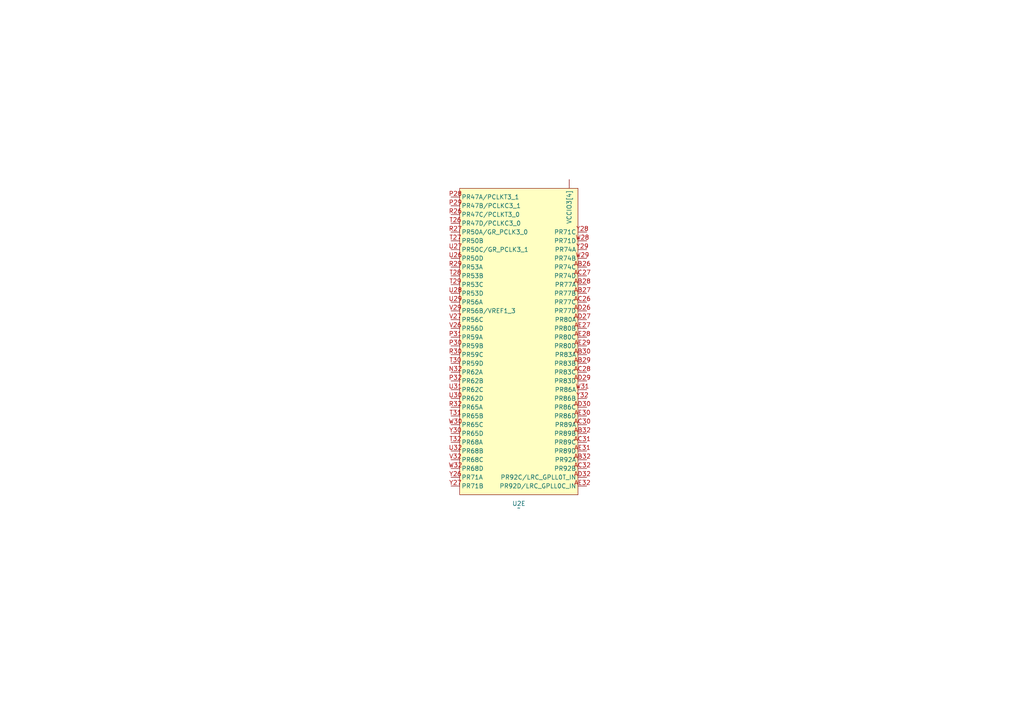
<source format=kicad_sch>
(kicad_sch (version 20231120) (generator "eeschema") (generator_version "8.0")
  (paper "A4")
  (title_block (title "${Project Designation}") (date "2024-06-30") (rev "${Revision}") (comment 1 "${Project Title}") (comment 2 "FPGA BANK 2") (comment 3 "${Part Number}"))
  (lib_symbols
    (symbol "ECAP5-BSOM:LFE5U-85F-*BG756*"
      (property "Reference" "U" (at -1.016 3.81 0))
      (symbol "LFE5U-85F-*BG756*_1_0"
        (pin power_in line (at 8.89 -15.24 90) (length 2.54) (name "GND[265]") (number ""))
        (pin power_in line (at 22.86 0 180) (length 2.54) (name "VCCAUX[8]") (number ""))
        (pin power_in line (at -5.08 0 0) (length 2.54) (name "VCC[36]") (number ""))
        (pin power_in line (at 8.89 -15.24 90) (length 2.54) hide (name "GND") (number "AA11"))
        (pin power_in line (at -5.08 0 0) (length 2.54) hide (name "VCC") (number "AA12"))
        (pin power_in line (at -5.08 0 0) (length 2.54) hide (name "VCC") (number "AA13"))
        (pin power_in line (at -5.08 0 0) (length 2.54) hide (name "VCC") (number "AA14"))
        (pin power_in line (at -5.08 0 0) (length 2.54) hide (name "VCC") (number "AA15"))
        (pin power_in line (at -5.08 0 0) (length 2.54) hide (name "VCC") (number "AA16"))
        (pin power_in line (at -5.08 0 0) (length 2.54) hide (name "VCC") (number "AA17"))
        (pin power_in line (at -5.08 0 0) (length 2.54) hide (name "VCC") (number "AA18"))
        (pin power_in line (at -5.08 0 0) (length 2.54) hide (name "VCC") (number "AA19"))
        (pin power_in line (at -5.08 0 0) (length 2.54) hide (name "VCC") (number "AA20"))
        (pin power_in line (at -5.08 0 0) (length 2.54) hide (name "VCC") (number "AA21"))
        (pin power_in line (at 8.89 -15.24 90) (length 2.54) hide (name "GND") (number "AA22"))
        (pin power_in line (at 8.89 -15.24 90) (length 2.54) hide (name "GND") (number "AB11"))
        (pin power_in line (at 8.89 -15.24 90) (length 2.54) hide (name "GND") (number "AB12"))
        (pin power_in line (at 8.89 -15.24 90) (length 2.54) hide (name "GND") (number "AB13"))
        (pin power_in line (at 8.89 -15.24 90) (length 2.54) hide (name "GND") (number "AB14"))
        (pin power_in line (at 8.89 -15.24 90) (length 2.54) hide (name "GND") (number "AB15"))
        (pin power_in line (at 8.89 -15.24 90) (length 2.54) hide (name "GND") (number "AB16"))
        (pin power_in line (at 8.89 -15.24 90) (length 2.54) hide (name "GND") (number "AB17"))
        (pin power_in line (at 8.89 -15.24 90) (length 2.54) hide (name "GND") (number "AB18"))
        (pin power_in line (at 8.89 -15.24 90) (length 2.54) hide (name "GND") (number "AB19"))
        (pin power_in line (at 8.89 -15.24 90) (length 2.54) hide (name "GND") (number "AB20"))
        (pin power_in line (at 8.89 -15.24 90) (length 2.54) hide (name "GND") (number "AB21"))
        (pin power_in line (at 8.89 -15.24 90) (length 2.54) hide (name "GND") (number "AB22"))
        (pin power_in line (at 22.86 0 180) (length 2.54) hide (name "VCCAUX") (number "AC11"))
        (pin power_in line (at 8.89 -15.24 90) (length 2.54) hide (name "GND") (number "AC12"))
        (pin power_in line (at 8.89 -15.24 90) (length 2.54) hide (name "GND") (number "AC13"))
        (pin power_in line (at 8.89 -15.24 90) (length 2.54) hide (name "GND") (number "AC14"))
        (pin power_in line (at 8.89 -15.24 90) (length 2.54) hide (name "GND") (number "AC15"))
        (pin power_in line (at 8.89 -15.24 90) (length 2.54) hide (name "GND") (number "AC16"))
        (pin power_in line (at 8.89 -15.24 90) (length 2.54) hide (name "GND") (number "AC17"))
        (pin power_in line (at 8.89 -15.24 90) (length 2.54) hide (name "GND") (number "AC18"))
        (pin power_in line (at 8.89 -15.24 90) (length 2.54) hide (name "GND") (number "AC19"))
        (pin power_in line (at 8.89 -15.24 90) (length 2.54) hide (name "GND") (number "AC20"))
        (pin power_in line (at 8.89 -15.24 90) (length 2.54) hide (name "GND") (number "AC21"))
        (pin power_in line (at 22.86 0 180) (length 2.54) hide (name "VCCAUX") (number "AC22"))
        (pin power_in line (at 8.89 -15.24 90) (length 2.54) hide (name "GND") (number "AD2"))
        (pin power_in line (at 8.89 -15.24 90) (length 2.54) hide (name "GND") (number "AD28"))
        (pin power_in line (at 8.89 -15.24 90) (length 2.54) hide (name "GND") (number "AD31"))
        (pin power_in line (at 8.89 -15.24 90) (length 2.54) hide (name "GND") (number "AD5"))
        (pin power_in line (at 8.89 -15.24 90) (length 2.54) hide (name "GND") (number "AF11"))
        (pin power_in line (at 8.89 -15.24 90) (length 2.54) hide (name "GND") (number "AF12"))
        (pin power_in line (at 8.89 -15.24 90) (length 2.54) hide (name "GND") (number "AF14"))
        (pin power_in line (at 8.89 -15.24 90) (length 2.54) hide (name "GND") (number "AF15"))
        (pin power_in line (at 8.89 -15.24 90) (length 2.54) hide (name "GND") (number "AF16"))
        (pin power_in line (at 8.89 -15.24 90) (length 2.54) hide (name "GND") (number "AF17"))
        (pin power_in line (at 8.89 -15.24 90) (length 2.54) hide (name "GND") (number "AF19"))
        (pin power_in line (at 8.89 -15.24 90) (length 2.54) hide (name "GND") (number "AF20"))
        (pin power_in line (at 8.89 -15.24 90) (length 2.54) hide (name "GND") (number "AF22"))
        (pin power_in line (at 8.89 -15.24 90) (length 2.54) hide (name "GND") (number "AF23"))
        (pin power_in line (at 8.89 -15.24 90) (length 2.54) hide (name "GND") (number "AG11"))
        (pin power_in line (at 8.89 -15.24 90) (length 2.54) hide (name "GND") (number "AG12"))
        (pin power_in line (at 8.89 -15.24 90) (length 2.54) hide (name "GND") (number "AG14"))
        (pin power_in line (at 8.89 -15.24 90) (length 2.54) hide (name "GND") (number "AG15"))
        (pin power_in line (at 8.89 -15.24 90) (length 2.54) hide (name "GND") (number "AG16"))
        (pin power_in line (at 8.89 -15.24 90) (length 2.54) hide (name "GND") (number "AG17"))
        (pin power_in line (at 8.89 -15.24 90) (length 2.54) hide (name "GND") (number "AG19"))
        (pin power_in line (at 8.89 -15.24 90) (length 2.54) hide (name "GND") (number "AG20"))
        (pin power_in line (at 8.89 -15.24 90) (length 2.54) hide (name "GND") (number "AG22"))
        (pin power_in line (at 8.89 -15.24 90) (length 2.54) hide (name "GND") (number "AG23"))
        (pin power_in line (at 8.89 -15.24 90) (length 2.54) hide (name "GND") (number "AG9"))
        (pin power_in line (at 8.89 -15.24 90) (length 2.54) hide (name "GND") (number "AH11"))
        (pin power_in line (at 8.89 -15.24 90) (length 2.54) hide (name "GND") (number "AH12"))
        (pin power_in line (at 8.89 -15.24 90) (length 2.54) hide (name "GND") (number "AH14"))
        (pin power_in line (at 8.89 -15.24 90) (length 2.54) hide (name "GND") (number "AH15"))
        (pin power_in line (at 8.89 -15.24 90) (length 2.54) hide (name "GND") (number "AH16"))
        (pin power_in line (at 8.89 -15.24 90) (length 2.54) hide (name "GND") (number "AH17"))
        (pin power_in line (at 8.89 -15.24 90) (length 2.54) hide (name "GND") (number "AH19"))
        (pin power_in line (at 8.89 -15.24 90) (length 2.54) hide (name "GND") (number "AH2"))
        (pin power_in line (at 8.89 -15.24 90) (length 2.54) hide (name "GND") (number "AH20"))
        (pin power_in line (at 8.89 -15.24 90) (length 2.54) hide (name "GND") (number "AH22"))
        (pin power_in line (at 8.89 -15.24 90) (length 2.54) hide (name "GND") (number "AH23"))
        (pin power_in line (at 8.89 -15.24 90) (length 2.54) hide (name "GND") (number "AH24"))
        (pin power_in line (at 8.89 -15.24 90) (length 2.54) hide (name "GND") (number "AH25"))
        (pin power_in line (at 8.89 -15.24 90) (length 2.54) hide (name "GND") (number "AH26"))
        (pin power_in line (at 8.89 -15.24 90) (length 2.54) hide (name "GND") (number "AH29"))
        (pin power_in line (at 8.89 -15.24 90) (length 2.54) hide (name "GND") (number "AH31"))
        (pin power_in line (at 8.89 -15.24 90) (length 2.54) hide (name "GND") (number "AH5"))
        (pin power_in line (at 8.89 -15.24 90) (length 2.54) hide (name "GND") (number "AH7"))
        (pin power_in line (at 8.89 -15.24 90) (length 2.54) hide (name "GND") (number "AH8"))
        (pin power_in line (at 8.89 -15.24 90) (length 2.54) hide (name "GND") (number "AH9"))
        (pin power_in line (at 8.89 -15.24 90) (length 2.54) hide (name "GND") (number "AJ10"))
        (pin power_in line (at 8.89 -15.24 90) (length 2.54) hide (name "GND") (number "AJ11"))
        (pin power_in line (at 8.89 -15.24 90) (length 2.54) hide (name "GND") (number "AJ12"))
        (pin power_in line (at 8.89 -15.24 90) (length 2.54) hide (name "GND") (number "AJ13"))
        (pin power_in line (at 8.89 -15.24 90) (length 2.54) hide (name "GND") (number "AJ14"))
        (pin power_in line (at 8.89 -15.24 90) (length 2.54) hide (name "GND") (number "AJ15"))
        (pin power_in line (at 8.89 -15.24 90) (length 2.54) hide (name "GND") (number "AJ16"))
        (pin power_in line (at 8.89 -15.24 90) (length 2.54) hide (name "GND") (number "AJ17"))
        (pin power_in line (at 8.89 -15.24 90) (length 2.54) hide (name "GND") (number "AJ18"))
        (pin power_in line (at 8.89 -15.24 90) (length 2.54) hide (name "GND") (number "AJ19"))
        (pin power_in line (at 8.89 -15.24 90) (length 2.54) hide (name "GND") (number "AJ20"))
        (pin power_in line (at 8.89 -15.24 90) (length 2.54) hide (name "GND") (number "AJ21"))
        (pin power_in line (at 8.89 -15.24 90) (length 2.54) hide (name "GND") (number "AJ22"))
        (pin power_in line (at 8.89 -15.24 90) (length 2.54) hide (name "GND") (number "AJ23"))
        (pin power_in line (at 8.89 -15.24 90) (length 2.54) hide (name "GND") (number "AJ24"))
        (pin power_in line (at 8.89 -15.24 90) (length 2.54) hide (name "GND") (number "AJ25"))
        (pin power_in line (at 8.89 -15.24 90) (length 2.54) hide (name "GND") (number "AJ26"))
        (pin power_in line (at 8.89 -15.24 90) (length 2.54) hide (name "GND") (number "AJ7"))
        (pin power_in line (at 8.89 -15.24 90) (length 2.54) hide (name "GND") (number "AJ8"))
        (pin power_in line (at 8.89 -15.24 90) (length 2.54) hide (name "GND") (number "AJ9"))
        (pin power_in line (at 8.89 -15.24 90) (length 2.54) hide (name "GND") (number "AK11"))
        (pin power_in line (at 8.89 -15.24 90) (length 2.54) hide (name "GND") (number "AK14"))
        (pin power_in line (at 8.89 -15.24 90) (length 2.54) hide (name "GND") (number "AK17"))
        (pin power_in line (at 8.89 -15.24 90) (length 2.54) hide (name "GND") (number "AK20"))
        (pin power_in line (at 8.89 -15.24 90) (length 2.54) hide (name "GND") (number "AK23"))
        (pin power_in line (at 8.89 -15.24 90) (length 2.54) hide (name "GND") (number "AK26"))
        (pin power_in line (at 8.89 -15.24 90) (length 2.54) hide (name "GND") (number "AK7"))
        (pin power_in line (at 8.89 -15.24 90) (length 2.54) hide (name "GND") (number "AK8"))
        (pin power_in line (at 8.89 -15.24 90) (length 2.54) hide (name "GND") (number "AL11"))
        (pin power_in line (at 8.89 -15.24 90) (length 2.54) hide (name "GND") (number "AL12"))
        (pin power_in line (at 8.89 -15.24 90) (length 2.54) hide (name "GND") (number "AL14"))
        (pin power_in line (at 8.89 -15.24 90) (length 2.54) hide (name "GND") (number "AL15"))
        (pin power_in line (at 8.89 -15.24 90) (length 2.54) hide (name "GND") (number "AL17"))
        (pin power_in line (at 8.89 -15.24 90) (length 2.54) hide (name "GND") (number "AL18"))
        (pin power_in line (at 8.89 -15.24 90) (length 2.54) hide (name "GND") (number "AL2"))
        (pin power_in line (at 8.89 -15.24 90) (length 2.54) hide (name "GND") (number "AL20"))
        (pin power_in line (at 8.89 -15.24 90) (length 2.54) hide (name "GND") (number "AL21"))
        (pin power_in line (at 8.89 -15.24 90) (length 2.54) hide (name "GND") (number "AL23"))
        (pin power_in line (at 8.89 -15.24 90) (length 2.54) hide (name "GND") (number "AL24"))
        (pin power_in line (at 8.89 -15.24 90) (length 2.54) hide (name "GND") (number "AL26"))
        (pin power_in line (at 8.89 -15.24 90) (length 2.54) hide (name "GND") (number "AL29"))
        (pin power_in line (at 8.89 -15.24 90) (length 2.54) hide (name "GND") (number "AL31"))
        (pin power_in line (at 8.89 -15.24 90) (length 2.54) hide (name "GND") (number "AL5"))
        (pin power_in line (at 8.89 -15.24 90) (length 2.54) hide (name "GND") (number "AL7"))
        (pin power_in line (at 8.89 -15.24 90) (length 2.54) hide (name "GND") (number "AL8"))
        (pin power_in line (at 8.89 -15.24 90) (length 2.54) hide (name "GND") (number "AL9"))
        (pin power_in line (at 8.89 -15.24 90) (length 2.54) hide (name "GND") (number "AM11"))
        (pin power_in line (at 8.89 -15.24 90) (length 2.54) hide (name "GND") (number "AM12"))
        (pin power_in line (at 8.89 -15.24 90) (length 2.54) hide (name "GND") (number "AM14"))
        (pin power_in line (at 8.89 -15.24 90) (length 2.54) hide (name "GND") (number "AM15"))
        (pin power_in line (at 8.89 -15.24 90) (length 2.54) hide (name "GND") (number "AM17"))
        (pin power_in line (at 8.89 -15.24 90) (length 2.54) hide (name "GND") (number "AM18"))
        (pin power_in line (at 8.89 -15.24 90) (length 2.54) hide (name "GND") (number "AM20"))
        (pin power_in line (at 8.89 -15.24 90) (length 2.54) hide (name "GND") (number "AM21"))
        (pin power_in line (at 8.89 -15.24 90) (length 2.54) hide (name "GND") (number "AM23"))
        (pin power_in line (at 8.89 -15.24 90) (length 2.54) hide (name "GND") (number "AM24"))
        (pin power_in line (at 8.89 -15.24 90) (length 2.54) hide (name "GND") (number "AM26"))
        (pin power_in line (at 8.89 -15.24 90) (length 2.54) hide (name "GND") (number "AM7"))
        (pin power_in line (at 8.89 -15.24 90) (length 2.54) hide (name "GND") (number "AM8"))
        (pin power_in line (at 8.89 -15.24 90) (length 2.54) hide (name "GND") (number "AM9"))
        (pin power_in line (at 8.89 -15.24 90) (length 2.54) hide (name "GND") (number "B13"))
        (pin power_in line (at 8.89 -15.24 90) (length 2.54) hide (name "GND") (number "B15"))
        (pin power_in line (at 8.89 -15.24 90) (length 2.54) hide (name "GND") (number "B18"))
        (pin power_in line (at 8.89 -15.24 90) (length 2.54) hide (name "GND") (number "B2"))
        (pin power_in line (at 8.89 -15.24 90) (length 2.54) hide (name "GND") (number "B20"))
        (pin power_in line (at 8.89 -15.24 90) (length 2.54) hide (name "GND") (number "B24"))
        (pin power_in line (at 8.89 -15.24 90) (length 2.54) hide (name "GND") (number "B28"))
        (pin power_in line (at 8.89 -15.24 90) (length 2.54) hide (name "GND") (number "B31"))
        (pin power_in line (at 8.89 -15.24 90) (length 2.54) hide (name "GND") (number "B5"))
        (pin power_in line (at 8.89 -15.24 90) (length 2.54) hide (name "GND") (number "B9"))
        (pin power_in line (at 8.89 -15.24 90) (length 2.54) hide (name "GND") (number "E13"))
        (pin power_in line (at 8.89 -15.24 90) (length 2.54) hide (name "GND") (number "E15"))
        (pin power_in line (at 8.89 -15.24 90) (length 2.54) hide (name "GND") (number "E18"))
        (pin power_in line (at 8.89 -15.24 90) (length 2.54) hide (name "GND") (number "E2"))
        (pin power_in line (at 8.89 -15.24 90) (length 2.54) hide (name "GND") (number "E20"))
        (pin power_in line (at 8.89 -15.24 90) (length 2.54) hide (name "GND") (number "E24"))
        (pin power_in line (at 8.89 -15.24 90) (length 2.54) hide (name "GND") (number "E28"))
        (pin power_in line (at 8.89 -15.24 90) (length 2.54) hide (name "GND") (number "E31"))
        (pin power_in line (at 8.89 -15.24 90) (length 2.54) hide (name "GND") (number "E5"))
        (pin power_in line (at 8.89 -15.24 90) (length 2.54) hide (name "GND") (number "E9"))
        (pin power_in line (at 8.89 -15.24 90) (length 2.54) hide (name "GND") (number "J2"))
        (pin power_in line (at 8.89 -15.24 90) (length 2.54) hide (name "GND") (number "J28"))
        (pin power_in line (at 8.89 -15.24 90) (length 2.54) hide (name "GND") (number "J31"))
        (pin power_in line (at 8.89 -15.24 90) (length 2.54) hide (name "GND") (number "J5"))
        (pin power_in line (at 8.89 -15.24 90) (length 2.54) hide (name "GND") (number "K10"))
        (pin power_in line (at 8.89 -15.24 90) (length 2.54) hide (name "GND") (number "K11"))
        (pin power_in line (at 22.86 0 180) (length 2.54) hide (name "VCCAUX") (number "K13"))
        (pin power_in line (at 22.86 0 180) (length 2.54) hide (name "VCCAUX") (number "K20"))
        (pin power_in line (at 8.89 -15.24 90) (length 2.54) hide (name "GND") (number "K22"))
        (pin power_in line (at 8.89 -15.24 90) (length 2.54) hide (name "GND") (number "K23"))
        (pin power_in line (at 8.89 -15.24 90) (length 2.54) hide (name "GND") (number "L10"))
        (pin power_in line (at 8.89 -15.24 90) (length 2.54) hide (name "GND") (number "L11"))
        (pin power_in line (at 8.89 -15.24 90) (length 2.54) hide (name "GND") (number "L12"))
        (pin power_in line (at 8.89 -15.24 90) (length 2.54) hide (name "GND") (number "L13"))
        (pin power_in line (at 8.89 -15.24 90) (length 2.54) hide (name "GND") (number "L14"))
        (pin power_in line (at 8.89 -15.24 90) (length 2.54) hide (name "GND") (number "L15"))
        (pin power_in line (at 8.89 -15.24 90) (length 2.54) hide (name "GND") (number "L16"))
        (pin power_in line (at 8.89 -15.24 90) (length 2.54) hide (name "GND") (number "L17"))
        (pin power_in line (at 8.89 -15.24 90) (length 2.54) hide (name "GND") (number "L18"))
        (pin power_in line (at 8.89 -15.24 90) (length 2.54) hide (name "GND") (number "L19"))
        (pin power_in line (at 8.89 -15.24 90) (length 2.54) hide (name "GND") (number "L20"))
        (pin power_in line (at 8.89 -15.24 90) (length 2.54) hide (name "GND") (number "L21"))
        (pin power_in line (at 8.89 -15.24 90) (length 2.54) hide (name "GND") (number "L22"))
        (pin power_in line (at 8.89 -15.24 90) (length 2.54) hide (name "GND") (number "L23"))
        (pin power_in line (at 8.89 -15.24 90) (length 2.54) hide (name "GND") (number "M11"))
        (pin power_in line (at -5.08 0 0) (length 2.54) hide (name "VCC") (number "M12"))
        (pin power_in line (at -5.08 0 0) (length 2.54) hide (name "VCC") (number "M13"))
        (pin power_in line (at -5.08 0 0) (length 2.54) hide (name "VCC") (number "M14"))
        (pin power_in line (at -5.08 0 0) (length 2.54) hide (name "VCC") (number "M15"))
        (pin power_in line (at -5.08 0 0) (length 2.54) hide (name "VCC") (number "M16"))
        (pin power_in line (at -5.08 0 0) (length 2.54) hide (name "VCC") (number "M17"))
        (pin power_in line (at -5.08 0 0) (length 2.54) hide (name "VCC") (number "M18"))
        (pin power_in line (at -5.08 0 0) (length 2.54) hide (name "VCC") (number "M19"))
        (pin power_in line (at -5.08 0 0) (length 2.54) hide (name "VCC") (number "M20"))
        (pin power_in line (at -5.08 0 0) (length 2.54) hide (name "VCC") (number "M21"))
        (pin power_in line (at 8.89 -15.24 90) (length 2.54) hide (name "GND") (number "M22"))
        (pin power_in line (at 22.86 0 180) (length 2.54) hide (name "VCCAUX") (number "N10"))
        (pin power_in line (at 8.89 -15.24 90) (length 2.54) hide (name "GND") (number "N11"))
        (pin power_in line (at -5.08 0 0) (length 2.54) hide (name "VCC") (number "N12"))
        (pin power_in line (at 8.89 -15.24 90) (length 2.54) hide (name "GND") (number "N13"))
        (pin power_in line (at 8.89 -15.24 90) (length 2.54) hide (name "GND") (number "N14"))
        (pin power_in line (at 8.89 -15.24 90) (length 2.54) hide (name "GND") (number "N15"))
        (pin power_in line (at 8.89 -15.24 90) (length 2.54) hide (name "GND") (number "N16"))
        (pin power_in line (at 8.89 -15.24 90) (length 2.54) hide (name "GND") (number "N17"))
        (pin power_in line (at 8.89 -15.24 90) (length 2.54) hide (name "GND") (number "N18"))
        (pin power_in line (at 8.89 -15.24 90) (length 2.54) hide (name "GND") (number "N19"))
        (pin power_in line (at 8.89 -15.24 90) (length 2.54) hide (name "GND") (number "N2"))
        (pin power_in line (at 8.89 -15.24 90) (length 2.54) hide (name "GND") (number "N20"))
        (pin power_in line (at -5.08 0 0) (length 2.54) hide (name "VCC") (number "N21"))
        (pin power_in line (at 8.89 -15.24 90) (length 2.54) hide (name "GND") (number "N22"))
        (pin power_in line (at 22.86 0 180) (length 2.54) hide (name "VCCAUX") (number "N23"))
        (pin power_in line (at 8.89 -15.24 90) (length 2.54) hide (name "GND") (number "N28"))
        (pin power_in line (at 8.89 -15.24 90) (length 2.54) hide (name "GND") (number "N31"))
        (pin power_in line (at 8.89 -15.24 90) (length 2.54) hide (name "GND") (number "N5"))
        (pin power_in line (at 8.89 -15.24 90) (length 2.54) hide (name "GND") (number "P11"))
        (pin power_in line (at -5.08 0 0) (length 2.54) hide (name "VCC") (number "P12"))
        (pin power_in line (at 8.89 -15.24 90) (length 2.54) hide (name "GND") (number "P13"))
        (pin power_in line (at 8.89 -15.24 90) (length 2.54) hide (name "GND") (number "P14"))
        (pin power_in line (at 8.89 -15.24 90) (length 2.54) hide (name "GND") (number "P15"))
        (pin power_in line (at 8.89 -15.24 90) (length 2.54) hide (name "GND") (number "P16"))
        (pin power_in line (at 8.89 -15.24 90) (length 2.54) hide (name "GND") (number "P17"))
        (pin power_in line (at 8.89 -15.24 90) (length 2.54) hide (name "GND") (number "P18"))
        (pin power_in line (at 8.89 -15.24 90) (length 2.54) hide (name "GND") (number "P19"))
        (pin power_in line (at -5.08 0 0) (length 2.54) hide (name "VCC") (number "P21"))
        (pin power_in line (at 8.89 -15.24 90) (length 2.54) hide (name "GND") (number "P22"))
        (pin power_in line (at -5.08 0 0) (length 2.54) hide (name "VCC") (number "R12"))
        (pin power_in line (at 8.89 -15.24 90) (length 2.54) hide (name "GND") (number "R13"))
        (pin power_in line (at 8.89 -15.24 90) (length 2.54) hide (name "GND") (number "R14"))
        (pin power_in line (at 8.89 -15.24 90) (length 2.54) hide (name "GND") (number "R15"))
        (pin power_in line (at 8.89 -15.24 90) (length 2.54) hide (name "GND") (number "R16"))
        (pin power_in line (at 8.89 -15.24 90) (length 2.54) hide (name "GND") (number "R17"))
        (pin power_in line (at 8.89 -15.24 90) (length 2.54) hide (name "GND") (number "R18"))
        (pin power_in line (at 8.89 -15.24 90) (length 2.54) hide (name "GND") (number "R19"))
        (pin power_in line (at 8.89 -15.24 90) (length 2.54) hide (name "GND") (number "R2"))
        (pin power_in line (at 8.89 -15.24 90) (length 2.54) hide (name "GND") (number "R20"))
        (pin power_in line (at -5.08 0 0) (length 2.54) hide (name "VCC") (number "R21"))
        (pin power_in line (at 8.89 -15.24 90) (length 2.54) hide (name "GND") (number "R22"))
        (pin power_in line (at 8.89 -15.24 90) (length 2.54) hide (name "GND") (number "R28"))
        (pin power_in line (at 8.89 -15.24 90) (length 2.54) hide (name "GND") (number "R31"))
        (pin power_in line (at 8.89 -15.24 90) (length 2.54) hide (name "GND") (number "R5"))
        (pin power_in line (at 8.89 -15.24 90) (length 2.54) hide (name "GND") (number "T11"))
        (pin power_in line (at -5.08 0 0) (length 2.54) hide (name "VCC") (number "T12"))
        (pin power_in line (at 8.89 -15.24 90) (length 2.54) hide (name "GND") (number "T13"))
        (pin power_in line (at 8.89 -15.24 90) (length 2.54) hide (name "GND") (number "T14"))
        (pin power_in line (at 8.89 -15.24 90) (length 2.54) hide (name "GND") (number "T15"))
        (pin power_in line (at 8.89 -15.24 90) (length 2.54) hide (name "GND") (number "T16"))
        (pin power_in line (at 8.89 -15.24 90) (length 2.54) hide (name "GND") (number "T17"))
        (pin power_in line (at 8.89 -15.24 90) (length 2.54) hide (name "GND") (number "T18"))
        (pin power_in line (at 8.89 -15.24 90) (length 2.54) hide (name "GND") (number "T19"))
        (pin power_in line (at 8.89 -15.24 90) (length 2.54) hide (name "GND") (number "T20"))
        (pin power_in line (at -5.08 0 0) (length 2.54) hide (name "VCC") (number "T21"))
        (pin power_in line (at 8.89 -15.24 90) (length 2.54) hide (name "GND") (number "T22"))
        (pin power_in line (at 8.89 -15.24 90) (length 2.54) hide (name "GND") (number "U11"))
        (pin power_in line (at -5.08 0 0) (length 2.54) hide (name "VCC") (number "U12"))
        (pin power_in line (at 8.89 -15.24 90) (length 2.54) hide (name "GND") (number "U13"))
        (pin power_in line (at 8.89 -15.24 90) (length 2.54) hide (name "GND") (number "U14"))
        (pin power_in line (at 8.89 -15.24 90) (length 2.54) hide (name "GND") (number "U15"))
        (pin power_in line (at 8.89 -15.24 90) (length 2.54) hide (name "GND") (number "U16"))
        (pin power_in line (at 8.89 -15.24 90) (length 2.54) hide (name "GND") (number "U17"))
        (pin power_in line (at 8.89 -15.24 90) (length 2.54) hide (name "GND") (number "U18"))
        (pin power_in line (at 8.89 -15.24 90) (length 2.54) hide (name "GND") (number "U19"))
        (pin power_in line (at 8.89 -15.24 90) (length 2.54) hide (name "GND") (number "U20"))
        (pin power_in line (at -5.08 0 0) (length 2.54) hide (name "VCC") (number "U21"))
        (pin power_in line (at 8.89 -15.24 90) (length 2.54) hide (name "GND") (number "U22"))
        (pin power_in line (at 8.89 -15.24 90) (length 2.54) hide (name "GND") (number "V11"))
        (pin power_in line (at -5.08 0 0) (length 2.54) hide (name "VCC") (number "V12"))
        (pin power_in line (at 8.89 -15.24 90) (length 2.54) hide (name "GND") (number "V13"))
        (pin power_in line (at 8.89 -15.24 90) (length 2.54) hide (name "GND") (number "V14"))
        (pin power_in line (at 8.89 -15.24 90) (length 2.54) hide (name "GND") (number "V15"))
        (pin power_in line (at 8.89 -15.24 90) (length 2.54) hide (name "GND") (number "V16"))
        (pin power_in line (at 8.89 -15.24 90) (length 2.54) hide (name "GND") (number "V17"))
        (pin power_in line (at 8.89 -15.24 90) (length 2.54) hide (name "GND") (number "V18"))
        (pin power_in line (at 8.89 -15.24 90) (length 2.54) hide (name "GND") (number "V19"))
        (pin power_in line (at 8.89 -15.24 90) (length 2.54) hide (name "GND") (number "V2"))
        (pin power_in line (at 8.89 -15.24 90) (length 2.54) hide (name "GND") (number "V20"))
        (pin power_in line (at -5.08 0 0) (length 2.54) hide (name "VCC") (number "V21"))
        (pin power_in line (at 8.89 -15.24 90) (length 2.54) hide (name "GND") (number "V22"))
        (pin power_in line (at 8.89 -15.24 90) (length 2.54) hide (name "GND") (number "V28"))
        (pin power_in line (at 8.89 -15.24 90) (length 2.54) hide (name "GND") (number "V31"))
        (pin power_in line (at 8.89 -15.24 90) (length 2.54) hide (name "GND") (number "V5"))
        (pin power_in line (at 8.89 -15.24 90) (length 2.54) hide (name "GND") (number "W11"))
        (pin power_in line (at -5.08 0 0) (length 2.54) hide (name "VCC") (number "W12"))
        (pin power_in line (at 8.89 -15.24 90) (length 2.54) hide (name "GND") (number "W13"))
        (pin power_in line (at 8.89 -15.24 90) (length 2.54) hide (name "GND") (number "W14"))
        (pin power_in line (at 8.89 -15.24 90) (length 2.54) hide (name "GND") (number "W15"))
        (pin power_in line (at 8.89 -15.24 90) (length 2.54) hide (name "GND") (number "W16"))
        (pin power_in line (at 8.89 -15.24 90) (length 2.54) hide (name "GND") (number "W17"))
        (pin power_in line (at 8.89 -15.24 90) (length 2.54) hide (name "GND") (number "W18"))
        (pin power_in line (at 8.89 -15.24 90) (length 2.54) hide (name "GND") (number "W19"))
        (pin power_in line (at 8.89 -15.24 90) (length 2.54) hide (name "GND") (number "W20"))
        (pin power_in line (at -5.08 0 0) (length 2.54) hide (name "VCC") (number "W21"))
        (pin power_in line (at 8.89 -15.24 90) (length 2.54) hide (name "GND") (number "W22"))
        (pin power_in line (at 22.86 0 180) (length 2.54) hide (name "VCCAUX") (number "Y10"))
        (pin power_in line (at 8.89 -15.24 90) (length 2.54) hide (name "GND") (number "Y11"))
        (pin power_in line (at -5.08 0 0) (length 2.54) hide (name "VCC") (number "Y12"))
        (pin power_in line (at 8.89 -15.24 90) (length 2.54) hide (name "GND") (number "Y13"))
        (pin power_in line (at 8.89 -15.24 90) (length 2.54) hide (name "GND") (number "Y14"))
        (pin power_in line (at 8.89 -15.24 90) (length 2.54) hide (name "GND") (number "Y15"))
        (pin power_in line (at 8.89 -15.24 90) (length 2.54) hide (name "GND") (number "Y16"))
        (pin power_in line (at 8.89 -15.24 90) (length 2.54) hide (name "GND") (number "Y17"))
        (pin power_in line (at 8.89 -15.24 90) (length 2.54) hide (name "GND") (number "Y18"))
        (pin power_in line (at 8.89 -15.24 90) (length 2.54) hide (name "GND") (number "Y19"))
        (pin power_in line (at 8.89 -15.24 90) (length 2.54) hide (name "GND") (number "Y2"))
        (pin power_in line (at 8.89 -15.24 90) (length 2.54) hide (name "GND") (number "Y20"))
        (pin power_in line (at -5.08 0 0) (length 2.54) hide (name "VCC") (number "Y21"))
        (pin power_in line (at 8.89 -15.24 90) (length 2.54) hide (name "GND") (number "Y22"))
        (pin power_in line (at 22.86 0 180) (length 2.54) hide (name "VCCAUX") (number "Y23"))
        (pin power_in line (at 8.89 -15.24 90) (length 2.54) hide (name "GND") (number "Y31"))
      )
      (symbol "LFE5U-85F-*BG756*_1_1"
        (rectangle (start -2.54 2.54) (end 20.32 -12.7) (fill (type background)))
      )
      (symbol "LFE5U-85F-*BG756*_2_0"
        (pin power_in line (at 30.48 5.08 270) (length 2.54) (name "VCCIO0[4]") (number ""))
        (pin power_in line (at -3.81 -63.5 0) (length 2.54) (name "PT31B") (number "A10"))
        (pin power_in line (at 35.56 -12.7 180) (length 2.54) (name "PT38B") (number "A11"))
        (pin power_in line (at 35.56 -22.86 180) (length 2.54) (name "PT42B") (number "A13"))
        (pin power_in line (at 35.56 -38.1 180) (length 2.54) (name "PT49B") (number "A14"))
        (pin power_in line (at 35.56 -48.26 180) (length 2.54) (name "PT54B") (number "A15"))
        (pin power_in line (at 35.56 -63.5 180) (length 2.54) (name "PT60B/GR_PCLK0_0") (number "A16"))
        (pin power_in line (at 35.56 -66.04 180) (length 2.54) (name "PT63A/PCLKT0_1") (number "A17"))
        (pin power_in line (at -3.81 -5.08 0) (length 2.54) (name "PT6A") (number "A2"))
        (pin power_in line (at -3.81 -7.62 0) (length 2.54) (name "PT6B") (number "A3"))
        (pin power_in line (at -3.81 -10.16 0) (length 2.54) (name "PT9A") (number "A4"))
        (pin power_in line (at -3.81 -12.7 0) (length 2.54) (name "PT9B") (number "A5"))
        (pin power_in line (at -3.81 -22.86 0) (length 2.54) (name "PT13B") (number "A7"))
        (pin power_in line (at -3.81 -38.1 0) (length 2.54) (name "PT20B") (number "A8"))
        (pin power_in line (at -3.81 -48.26 0) (length 2.54) (name "PT24B") (number "A9"))
        (pin power_in line (at -3.81 -60.96 0) (length 2.54) (name "PT31A") (number "B10"))
        (pin power_in line (at 35.56 -10.16 180) (length 2.54) (name "PT38A") (number "B11"))
        (pin power_in line (at 35.56 -35.56 180) (length 2.54) (name "PT49A") (number "B14"))
        (pin power_in line (at 35.56 -60.96 180) (length 2.54) (name "PT60A/GR_PCLK0_1") (number "B16"))
        (pin power_in line (at 35.56 -68.58 180) (length 2.54) (name "PT63B/PCLKC0_1") (number "B17"))
        (pin power_in line (at -3.81 0 0) (length 2.54) (name "PT4A/ULC_GPLL1T_IN") (number "B3"))
        (pin power_in line (at -3.81 -2.54 0) (length 2.54) (name "PT4B/ULC_GPLL1C_IN") (number "B4"))
        (pin power_in line (at -3.81 -20.32 0) (length 2.54) (name "PT13A") (number "B7"))
        (pin power_in line (at -3.81 -35.56 0) (length 2.54) (name "PT20A") (number "B8"))
        (pin power_in line (at -3.81 -58.42 0) (length 2.54) (name "PT29B") (number "C10"))
        (pin power_in line (at -3.81 -73.66 0) (length 2.54) (name "PT36B") (number "C11"))
        (pin power_in line (at 35.56 -20.32 180) (length 2.54) (name "PT42A") (number "C13"))
        (pin power_in line (at 35.56 -33.02 180) (length 2.54) (name "PT47B") (number "C14"))
        (pin power_in line (at 35.56 -45.72 180) (length 2.54) (name "PT54A") (number "C15"))
        (pin power_in line (at 35.56 -58.42 180) (length 2.54) (name "PT58B") (number "C16"))
        (pin power_in line (at 35.56 -71.12 180) (length 2.54) (name "PT65A/PCLKT0_0") (number "C17"))
        (pin power_in line (at -3.81 -17.78 0) (length 2.54) (name "PT11B") (number "C7"))
        (pin power_in line (at -3.81 -33.02 0) (length 2.54) (name "PT18B") (number "C8"))
        (pin power_in line (at -3.81 -45.72 0) (length 2.54) (name "PT24A") (number "C9"))
        (pin power_in line (at -3.81 -55.88 0) (length 2.54) (name "PT29A") (number "D10"))
        (pin power_in line (at -3.81 -71.12 0) (length 2.54) (name "PT36A") (number "D11"))
        (pin power_in line (at 35.56 -17.78 180) (length 2.54) (name "PT40B") (number "D13"))
        (pin power_in line (at 35.56 -30.48 180) (length 2.54) (name "PT47A") (number "D14"))
        (pin power_in line (at 35.56 -43.18 180) (length 2.54) (name "PT51B") (number "D15"))
        (pin power_in line (at 35.56 -55.88 180) (length 2.54) (name "PT58A") (number "D16"))
        (pin power_in line (at 35.56 -73.66 180) (length 2.54) (name "PT65B/PCLKC0_0") (number "D17"))
        (pin power_in line (at -3.81 -15.24 0) (length 2.54) (name "PT11A") (number "D7"))
        (pin power_in line (at -3.81 -30.48 0) (length 2.54) (name "PT18A") (number "D8"))
        (pin power_in line (at -3.81 -43.18 0) (length 2.54) (name "PT22B") (number "D9"))
        (pin power_in line (at -3.81 -53.34 0) (length 2.54) (name "PT27B") (number "E10"))
        (pin power_in line (at -3.81 -68.58 0) (length 2.54) (name "PT33B") (number "E11"))
        (pin power_in line (at 35.56 -27.94 180) (length 2.54) (name "PT45B") (number "E14"))
        (pin power_in line (at 35.56 -53.34 180) (length 2.54) (name "PT56B") (number "E16"))
        (pin power_in line (at -3.81 -27.94 0) (length 2.54) (name "PT15B") (number "E8"))
        (pin power_in line (at -3.81 -50.8 0) (length 2.54) (name "PT27A") (number "F10"))
        (pin power_in line (at -3.81 -66.04 0) (length 2.54) (name "PT33A") (number "F11"))
        (pin power_in line (at 35.56 -15.24 180) (length 2.54) (name "PT40A") (number "F13"))
        (pin power_in line (at 35.56 -25.4 180) (length 2.54) (name "PT45A") (number "F14"))
        (pin power_in line (at 35.56 -40.64 180) (length 2.54) (name "PT51A") (number "F15"))
        (pin power_in line (at 35.56 -50.8 180) (length 2.54) (name "PT56A") (number "F16"))
        (pin power_in line (at -3.81 -25.4 0) (length 2.54) (name "PT15A") (number "F8"))
        (pin power_in line (at -3.81 -40.64 0) (length 2.54) (name "PT22A") (number "F9"))
        (pin power_in line (at 30.48 5.08 270) (length 2.54) hide (name "VCCIO0") (number "K12"))
        (pin power_in line (at 30.48 5.08 270) (length 2.54) hide (name "VCCIO0") (number "K14"))
        (pin power_in line (at 30.48 5.08 270) (length 2.54) hide (name "VCCIO0") (number "K15"))
        (pin power_in line (at 30.48 5.08 270) (length 2.54) hide (name "VCCIO0") (number "K16"))
      )
      (symbol "LFE5U-85F-*BG756*_2_1"
        (rectangle (start -1.27 2.54) (end 33.02 -76.2) (fill (type background)))
      )
      (symbol "LFE5U-85F-*BG756*_3_0"
        (pin power_in line (at 30.48 5.08 270) (length 2.54) (name "VCCIO1[4]") (number ""))
        (pin power_in line (at -3.81 -5.08 0) (length 2.54) (name "PT71A/PCLKT1_0") (number "A18"))
        (pin power_in line (at -3.81 -15.24 0) (length 2.54) (name "PT76A") (number "A19"))
        (pin power_in line (at -3.81 -30.48 0) (length 2.54) (name "PT83A") (number "A20"))
        (pin power_in line (at -3.81 -40.64 0) (length 2.54) (name "PT87A") (number "A22"))
        (pin power_in line (at -3.81 -55.88 0) (length 2.54) (name "PT94A") (number "A23"))
        (pin power_in line (at -3.81 -71.12 0) (length 2.54) (name "PT101A") (number "A24"))
        (pin power_in line (at 35.56 -35.56 180) (length 2.54) (name "PT105A") (number "A25"))
        (pin power_in line (at 35.56 -50.8 180) (length 2.54) (name "PT112A") (number "A26"))
        (pin power_in line (at 35.56 -60.96 180) (length 2.54) (name "PT116A") (number "A28"))
        (pin power_in line (at 35.56 -63.5 180) (length 2.54) (name "PT116B") (number "A29"))
        (pin power_in line (at 35.56 -66.04 180) (length 2.54) (name "PT119A") (number "A30"))
        (pin power_in line (at 35.56 -68.58 180) (length 2.54) (name "PT119B") (number "A31"))
        (pin power_in line (at -3.81 -17.78 0) (length 2.54) (name "PT76B") (number "B19"))
        (pin power_in line (at -3.81 -43.18 0) (length 2.54) (name "PT87B") (number "B22"))
        (pin power_in line (at -3.81 -58.42 0) (length 2.54) (name "PT94B") (number "B23"))
        (pin power_in line (at 35.56 -38.1 180) (length 2.54) (name "PT105B") (number "B25"))
        (pin power_in line (at 35.56 -53.34 180) (length 2.54) (name "PT112B") (number "B26"))
        (pin power_in line (at 35.56 -71.12 180) (length 2.54) (name "PT121A/URC_GPLL1T_IN") (number "B29"))
        (pin power_in line (at 35.56 -73.66 180) (length 2.54) (name "PT121B/URC_GPLL1C_IN") (number "B30"))
        (pin power_in line (at -3.81 -7.62 0) (length 2.54) (name "PT71B/PCLKC1_0") (number "C18"))
        (pin power_in line (at -3.81 -20.32 0) (length 2.54) (name "PT78A") (number "C19"))
        (pin power_in line (at -3.81 -33.02 0) (length 2.54) (name "PT83B") (number "C20"))
        (pin power_in line (at -3.81 -45.72 0) (length 2.54) (name "PT89A") (number "C22"))
        (pin power_in line (at -3.81 -60.96 0) (length 2.54) (name "PT96A") (number "C23"))
        (pin power_in line (at -3.81 -73.66 0) (length 2.54) (name "PT101B") (number "C24"))
        (pin power_in line (at 35.56 -40.64 180) (length 2.54) (name "PT107A") (number "C25"))
        (pin power_in line (at 35.56 -55.88 180) (length 2.54) (name "PT114A") (number "C26"))
        (pin power_in line (at -3.81 -10.16 0) (length 2.54) (name "PT74A/GR_PCLK1_0") (number "D18"))
        (pin power_in line (at -3.81 -22.86 0) (length 2.54) (name "PT78B") (number "D19"))
        (pin power_in line (at -3.81 -35.56 0) (length 2.54) (name "PT85A") (number "D20"))
        (pin power_in line (at -3.81 -48.26 0) (length 2.54) (name "PT89B") (number "D22"))
        (pin power_in line (at -3.81 -63.5 0) (length 2.54) (name "PT96B") (number "D23"))
        (pin power_in line (at 35.56 -30.48 180) (length 2.54) (name "PT103A") (number "D24"))
        (pin power_in line (at 35.56 -43.18 180) (length 2.54) (name "PT107B") (number "D25"))
        (pin power_in line (at 35.56 -58.42 180) (length 2.54) (name "PT114B") (number "D26"))
        (pin power_in line (at -3.81 0 0) (length 2.54) (name "PT69A/PCLKT1_1") (number "E17"))
        (pin power_in line (at -3.81 -25.4 0) (length 2.54) (name "PT80A") (number "E19"))
        (pin power_in line (at -3.81 -50.8 0) (length 2.54) (name "PT92A") (number "E22"))
        (pin power_in line (at -3.81 -66.04 0) (length 2.54) (name "PT98A") (number "E23"))
        (pin power_in line (at 35.56 -45.72 180) (length 2.54) (name "PT110A") (number "E25"))
        (pin power_in line (at -3.81 -2.54 0) (length 2.54) (name "PT69B/PCLKC1_1") (number "F17"))
        (pin power_in line (at -3.81 -12.7 0) (length 2.54) (name "PT74B/GR_PCLK1_1") (number "F18"))
        (pin power_in line (at -3.81 -27.94 0) (length 2.54) (name "PT80B") (number "F19"))
        (pin power_in line (at -3.81 -38.1 0) (length 2.54) (name "PT85B") (number "F20"))
        (pin power_in line (at -3.81 -53.34 0) (length 2.54) (name "PT92B") (number "F22"))
        (pin power_in line (at -3.81 -68.58 0) (length 2.54) (name "PT98B") (number "F23"))
        (pin power_in line (at 35.56 -33.02 180) (length 2.54) (name "PT103B") (number "F24"))
        (pin power_in line (at 35.56 -48.26 180) (length 2.54) (name "PT110B") (number "F25"))
        (pin power_in line (at 30.48 5.08 270) (length 2.54) hide (name "VCCIO1") (number "K17"))
        (pin power_in line (at 30.48 5.08 270) (length 2.54) hide (name "VCCIO1") (number "K18"))
        (pin power_in line (at 30.48 5.08 270) (length 2.54) hide (name "VCCIO1") (number "K19"))
        (pin power_in line (at 30.48 5.08 270) (length 2.54) hide (name "VCCIO1") (number "K21"))
      )
      (symbol "LFE5U-85F-*BG756*_3_1"
        (rectangle (start -1.27 2.54) (end 33.02 -76.2) (fill (type background)))
      )
      (symbol "LFE5U-85F-*BG756*_4_0"
        (pin power_in line (at 30.48 5.08 270) (length 2.54) (name "VCCIO2[4]") (number ""))
        (pin power_in line (at -3.81 -20.32 0) (length 2.54) (name "PR17A") (number "B32"))
        (pin power_in line (at -3.81 0 0) (length 2.54) (name "PR11A/URC_GPLL0T_IN") (number "C28"))
        (pin power_in line (at -3.81 -5.08 0) (length 2.54) (name "PR11C") (number "C29"))
        (pin power_in line (at -3.81 -7.62 0) (length 2.54) (name "PR11D") (number "C30"))
        (pin power_in line (at -3.81 -22.86 0) (length 2.54) (name "PR17B") (number "C31"))
        (pin power_in line (at -3.81 -35.56 0) (length 2.54) (name "PR20C") (number "C32"))
        (pin power_in line (at -3.81 -2.54 0) (length 2.54) (name "PR11B/URC_GPLL0C_IN") (number "D28"))
        (pin power_in line (at -3.81 -10.16 0) (length 2.54) (name "PR14A") (number "D29"))
        (pin power_in line (at -3.81 -25.4 0) (length 2.54) (name "PR17C") (number "D30"))
        (pin power_in line (at -3.81 -27.94 0) (length 2.54) (name "PR17D") (number "D31"))
        (pin power_in line (at -3.81 -38.1 0) (length 2.54) (name "PR20D") (number "D32"))
        (pin power_in line (at -3.81 -12.7 0) (length 2.54) (name "PR14B") (number "E29"))
        (pin power_in line (at -3.81 -33.02 0) (length 2.54) (name "PR20B") (number "E30"))
        (pin power_in line (at -3.81 -43.18 0) (length 2.54) (name "PR23B") (number "E32"))
        (pin power_in line (at -3.81 -17.78 0) (length 2.54) (name "PR14D") (number "F28"))
        (pin power_in line (at -3.81 -15.24 0) (length 2.54) (name "PR14C") (number "F29"))
        (pin power_in line (at -3.81 -30.48 0) (length 2.54) (name "PR20A") (number "F30"))
        (pin power_in line (at -3.81 -40.64 0) (length 2.54) (name "PR23A") (number "F31"))
        (pin power_in line (at -3.81 -45.72 0) (length 2.54) (name "PR23C") (number "F32"))
        (pin power_in line (at 35.56 -35.56 180) (length 2.54) (name "PR35A") (number "H27"))
        (pin power_in line (at 35.56 -38.1 180) (length 2.54) (name "PR35B") (number "H28"))
        (pin power_in line (at -3.81 -53.34 0) (length 2.54) (name "PR26B") (number "H30"))
        (pin power_in line (at -3.81 -50.8 0) (length 2.54) (name "PR26A") (number "H31"))
        (pin power_in line (at -3.81 -48.26 0) (length 2.54) (name "PR23D") (number "H32"))
        (pin power_in line (at 35.56 -40.64 180) (length 2.54) (name "PR35C/VREF1_2") (number "J26"))
        (pin power_in line (at 35.56 -43.18 180) (length 2.54) (name "PR35D") (number "J27"))
        (pin power_in line (at 35.56 -30.48 180) (length 2.54) (name "PR32C") (number "J29"))
        (pin power_in line (at -3.81 -55.88 0) (length 2.54) (name "PR26C") (number "J30"))
        (pin power_in line (at -3.81 -63.5 0) (length 2.54) (name "PR29B") (number "J32"))
        (pin power_in line (at 35.56 -48.26 180) (length 2.54) (name "PR38B") (number "K26"))
        (pin power_in line (at 35.56 -45.72 180) (length 2.54) (name "PR38A") (number "K27"))
        (pin power_in line (at 35.56 -50.8 180) (length 2.54) (name "PR38C") (number "K28"))
        (pin power_in line (at 35.56 -33.02 180) (length 2.54) (name "PR32D") (number "K29"))
        (pin power_in line (at -3.81 -58.42 0) (length 2.54) (name "PR26D") (number "K30"))
        (pin power_in line (at -3.81 -60.96 0) (length 2.54) (name "PR29A") (number "K31"))
        (pin power_in line (at -3.81 -66.04 0) (length 2.54) (name "PR29C") (number "K32"))
        (pin power_in line (at 35.56 -60.96 180) (length 2.54) (name "PR41C/GR_PCLK2_0") (number "L26"))
        (pin power_in line (at 35.56 -63.5 180) (length 2.54) (name "PR41D") (number "L27"))
        (pin power_in line (at 35.56 -53.34 180) (length 2.54) (name "PR38D") (number "L29"))
        (pin power_in line (at -3.81 -73.66 0) (length 2.54) (name "PR32B") (number "L30"))
        (pin power_in line (at -3.81 -71.12 0) (length 2.54) (name "PR32A") (number "L31"))
        (pin power_in line (at -3.81 -68.58 0) (length 2.54) (name "PR29D") (number "L32"))
        (pin power_in line (at 30.48 5.08 270) (length 2.54) hide (name "VCCIO2") (number "M23"))
        (pin power_in line (at 35.56 -68.58 180) (length 2.54) (name "PR44B/PCLKC2_1") (number "N26"))
        (pin power_in line (at 35.56 -66.04 180) (length 2.54) (name "PR44A/PCLKT2_1") (number "N27"))
        (pin power_in line (at 35.56 -58.42 180) (length 2.54) (name "PR41B") (number "N29"))
        (pin power_in line (at 35.56 -55.88 180) (length 2.54) (name "PR41A/GR_PCLK2_1") (number "N30"))
        (pin power_in line (at 30.48 5.08 270) (length 2.54) hide (name "VCCIO2") (number "P23"))
        (pin power_in line (at 35.56 -73.66 180) (length 2.54) (name "PR44D/PCLKC2_0") (number "P26"))
        (pin power_in line (at 35.56 -71.12 180) (length 2.54) (name "PR44C/PCLKT2_0") (number "P27"))
        (pin power_in line (at 30.48 5.08 270) (length 2.54) hide (name "VCCIO2") (number "R23"))
        (pin power_in line (at 30.48 5.08 270) (length 2.54) hide (name "VCCIO2") (number "T23"))
      )
      (symbol "LFE5U-85F-*BG756*_4_1"
        (rectangle (start -1.27 2.54) (end 33.02 -76.2) (fill (type background)))
      )
      (symbol "LFE5U-85F-*BG756*_5_0"
        (pin power_in line (at 30.48 5.08 270) (length 2.54) (name "VCCIO3[4]") (number ""))
        (pin power_in line (at 30.48 5.08 270) (length 2.54) hide (name "VCCIO3") (number "AA23"))
        (pin power_in line (at 35.56 -20.32 180) (length 2.54) (name "PR74C") (number "AB26"))
        (pin power_in line (at 35.56 -27.94 180) (length 2.54) (name "PR77B") (number "AB27"))
        (pin power_in line (at 35.56 -25.4 180) (length 2.54) (name "PR77A") (number "AB28"))
        (pin power_in line (at 35.56 -48.26 180) (length 2.54) (name "PR83B") (number "AB29"))
        (pin power_in line (at 35.56 -45.72 180) (length 2.54) (name "PR83A") (number "AB30"))
        (pin power_in line (at 35.56 -68.58 180) (length 2.54) (name "PR89B") (number "AB32"))
        (pin power_in line (at 35.56 -76.2 180) (length 2.54) (name "PR92A") (number "AB32"))
        (pin power_in line (at 35.56 -30.48 180) (length 2.54) (name "PR77C") (number "AC26"))
        (pin power_in line (at 35.56 -22.86 180) (length 2.54) (name "PR74D") (number "AC27"))
        (pin power_in line (at 35.56 -50.8 180) (length 2.54) (name "PR83C") (number "AC28"))
        (pin power_in line (at 35.56 -66.04 180) (length 2.54) (name "PR89A") (number "AC30"))
        (pin power_in line (at 35.56 -71.12 180) (length 2.54) (name "PR89C") (number "AC31"))
        (pin power_in line (at 35.56 -78.74 180) (length 2.54) (name "PR92B") (number "AC32"))
        (pin power_in line (at 35.56 -33.02 180) (length 2.54) (name "PR77D") (number "AD26"))
        (pin power_in line (at 35.56 -35.56 180) (length 2.54) (name "PR80A") (number "AD27"))
        (pin power_in line (at 35.56 -53.34 180) (length 2.54) (name "PR83D") (number "AD29"))
        (pin power_in line (at 35.56 -60.96 180) (length 2.54) (name "PR86C") (number "AD30"))
        (pin power_in line (at 35.56 -81.28 180) (length 2.54) (name "PR92C/LRC_GPLL0T_IN") (number "AD32"))
        (pin power_in line (at 35.56 -38.1 180) (length 2.54) (name "PR80B") (number "AE27"))
        (pin power_in line (at 35.56 -40.64 180) (length 2.54) (name "PR80C") (number "AE28"))
        (pin power_in line (at 35.56 -43.18 180) (length 2.54) (name "PR80D") (number "AE29"))
        (pin power_in line (at 35.56 -63.5 180) (length 2.54) (name "PR86D") (number "AE30"))
        (pin power_in line (at 35.56 -73.66 180) (length 2.54) (name "PR89D") (number "AE31"))
        (pin power_in line (at 35.56 -83.82 180) (length 2.54) (name "PR92D/LRC_GPLL0C_IN") (number "AE32"))
        (pin power_in line (at -3.81 -50.8 0) (length 2.54) (name "PR62A") (number "N32"))
        (pin power_in line (at -3.81 0 0) (length 2.54) (name "PR47A/PCLKT3_1") (number "P28"))
        (pin power_in line (at -3.81 -2.54 0) (length 2.54) (name "PR47B/PCLKC3_1") (number "P29"))
        (pin power_in line (at -3.81 -43.18 0) (length 2.54) (name "PR59B") (number "P30"))
        (pin power_in line (at -3.81 -40.64 0) (length 2.54) (name "PR59A") (number "P31"))
        (pin power_in line (at -3.81 -53.34 0) (length 2.54) (name "PR62B") (number "P32"))
        (pin power_in line (at -3.81 -5.08 0) (length 2.54) (name "PR47C/PCLKT3_0") (number "R26"))
        (pin power_in line (at -3.81 -10.16 0) (length 2.54) (name "PR50A/GR_PCLK3_0") (number "R27"))
        (pin power_in line (at -3.81 -20.32 0) (length 2.54) (name "PR53A") (number "R29"))
        (pin power_in line (at -3.81 -45.72 0) (length 2.54) (name "PR59C") (number "R30"))
        (pin power_in line (at -3.81 -60.96 0) (length 2.54) (name "PR65A") (number "R32"))
        (pin power_in line (at -3.81 -7.62 0) (length 2.54) (name "PR47D/PCLKC3_0") (number "T26"))
        (pin power_in line (at -3.81 -12.7 0) (length 2.54) (name "PR50B") (number "T27"))
        (pin power_in line (at -3.81 -22.86 0) (length 2.54) (name "PR53B") (number "T28"))
        (pin power_in line (at -3.81 -25.4 0) (length 2.54) (name "PR53C") (number "T29"))
        (pin power_in line (at -3.81 -48.26 0) (length 2.54) (name "PR59D") (number "T30"))
        (pin power_in line (at -3.81 -63.5 0) (length 2.54) (name "PR65B") (number "T31"))
        (pin power_in line (at -3.81 -71.12 0) (length 2.54) (name "PR68A") (number "T32"))
        (pin power_in line (at 30.48 5.08 270) (length 2.54) hide (name "VCCIO3") (number "U23"))
        (pin power_in line (at -3.81 -17.78 0) (length 2.54) (name "PR50D") (number "U26"))
        (pin power_in line (at -3.81 -15.24 0) (length 2.54) (name "PR50C/GR_PCLK3_1") (number "U27"))
        (pin power_in line (at -3.81 -27.94 0) (length 2.54) (name "PR53D") (number "U28"))
        (pin power_in line (at -3.81 -30.48 0) (length 2.54) (name "PR56A") (number "U29"))
        (pin power_in line (at -3.81 -58.42 0) (length 2.54) (name "PR62D") (number "U30"))
        (pin power_in line (at -3.81 -55.88 0) (length 2.54) (name "PR62C") (number "U31"))
        (pin power_in line (at -3.81 -73.66 0) (length 2.54) (name "PR68B") (number "U32"))
        (pin power_in line (at 30.48 5.08 270) (length 2.54) hide (name "VCCIO3") (number "V23"))
        (pin power_in line (at -3.81 -38.1 0) (length 2.54) (name "PR56D") (number "V26"))
        (pin power_in line (at -3.81 -35.56 0) (length 2.54) (name "PR56C") (number "V27"))
        (pin power_in line (at -3.81 -33.02 0) (length 2.54) (name "PR56B/VREF1_3") (number "V29"))
        (pin power_in line (at -3.81 -76.2 0) (length 2.54) (name "PR68C") (number "V32"))
        (pin power_in line (at 30.48 5.08 270) (length 2.54) hide (name "VCCIO3") (number "W23"))
        (pin power_in line (at 35.56 -12.7 180) (length 2.54) (name "PR71D") (number "W28"))
        (pin power_in line (at 35.56 -17.78 180) (length 2.54) (name "PR74B") (number "W29"))
        (pin power_in line (at -3.81 -66.04 0) (length 2.54) (name "PR65C") (number "W30"))
        (pin power_in line (at 35.56 -55.88 180) (length 2.54) (name "PR86A") (number "W31"))
        (pin power_in line (at -3.81 -78.74 0) (length 2.54) (name "PR68D") (number "W32"))
        (pin power_in line (at -3.81 -81.28 0) (length 2.54) (name "PR71A") (number "Y26"))
        (pin power_in line (at -3.81 -83.82 0) (length 2.54) (name "PR71B") (number "Y27"))
        (pin power_in line (at 35.56 -10.16 180) (length 2.54) (name "PR71C") (number "Y28"))
        (pin power_in line (at 35.56 -15.24 180) (length 2.54) (name "PR74A") (number "Y29"))
        (pin power_in line (at -3.81 -68.58 0) (length 2.54) (name "PR65D") (number "Y30"))
        (pin power_in line (at 35.56 -58.42 180) (length 2.54) (name "PR86B") (number "Y32"))
      )
      (symbol "LFE5U-85F-*BG756*_5_1"
        (rectangle (start -1.27 2.54) (end 33.02 -86.36) (fill (type background)))
      )
      (symbol "LFE5U-85F-*BG756*_6_0"
        (pin power_in line (at 50.8 8.89 180) (length 2.54) (name "VCCIO4") (number ""))
        (pin power_in line (at 50.8 8.89 180) (length 2.54) hide (name "VCCIO4") (number "AB23"))
        (pin power_in line (at 50.8 8.89 180) (length 2.54) hide (name "VCCIO4") (number "AC23"))
      )
      (symbol "LFE5U-85F-*BG756*_7_0"
        (pin power_in line (at 50.8 6.35 180) (length 2.54) (name "VCCIO6") (number ""))
        (pin power_in line (at 50.8 6.35 180) (length 2.54) hide (name "VCCIO6") (number "AA10"))
        (pin power_in line (at 50.8 6.35 180) (length 2.54) hide (name "VCCIO6") (number "U10"))
        (pin power_in line (at 50.8 6.35 180) (length 2.54) hide (name "VCCIO6") (number "V10"))
        (pin power_in line (at 50.8 6.35 180) (length 2.54) hide (name "VCCIO6") (number "W10"))
      )
      (symbol "LFE5U-85F-*BG756*_8_0"
        (pin power_in line (at 50.8 3.81 180) (length 2.54) (name "VCCIO7") (number ""))
        (pin power_in line (at 50.8 3.81 180) (length 2.54) hide (name "VCCIO7") (number "M10"))
        (pin power_in line (at 50.8 3.81 180) (length 2.54) hide (name "VCCIO7") (number "P10"))
        (pin power_in line (at 50.8 3.81 180) (length 2.54) hide (name "VCCIO7") (number "R10"))
        (pin power_in line (at 50.8 3.81 180) (length 2.54) hide (name "VCCIO7") (number "T10"))
      )
      (symbol "LFE5U-85F-*BG756*_9_0"
        (pin power_in line (at 50.8 1.27 180) (length 2.54) (name "VCCIO8") (number ""))
        (pin power_in line (at 50.8 1.27 180) (length 2.54) hide (name "VCCIO8") (number "AB10"))
        (pin power_in line (at 50.8 1.27 180) (length 2.54) hide (name "VCCIO8") (number "AC10"))
      )
    )
  )
  (symbol (lib_id "ECAP5-BSOM:LFE5U-85F-*BG756*") (at 134.62 57.15 0) (unit 5)
    (property "Reference" "U2" (at 150.495 146.05 0))
    (property "Value" "~" (at 150.495 147.32 0))
    (property "Datasheet" "https://www.latticesemi.com/view_document?document_id=50461" (effects (hide yes)))
  )
)
</source>
